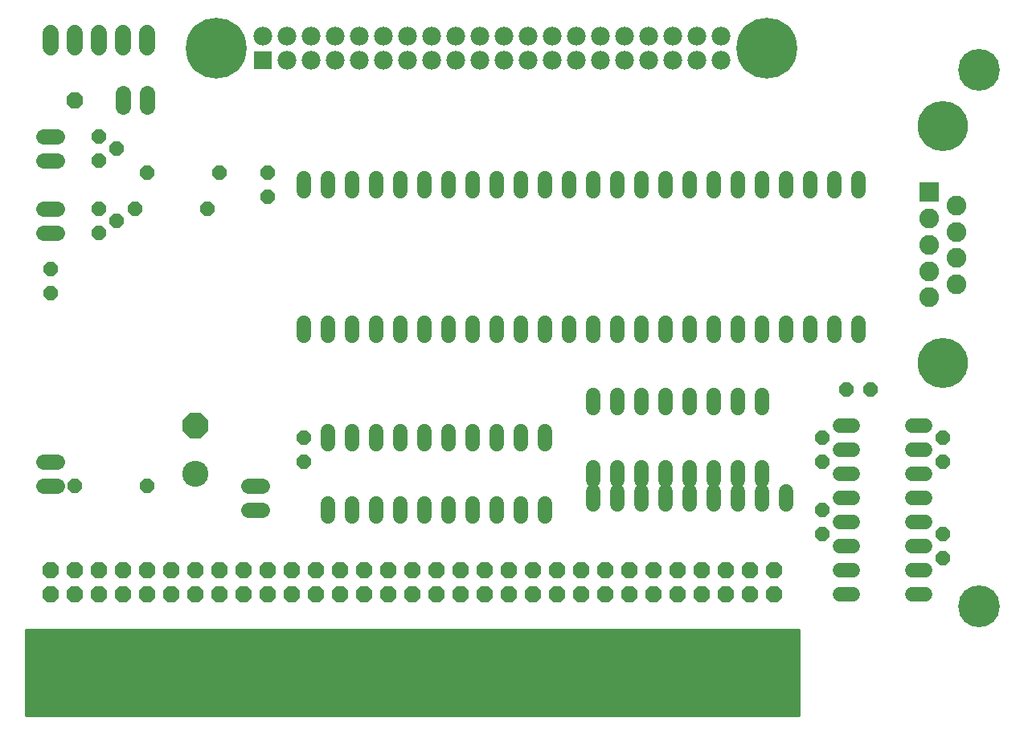
<source format=gbs>
G75*
%MOIN*%
%OFA0B0*%
%FSLAX24Y24*%
%IPPOS*%
%LPD*%
%AMOC8*
5,1,8,0,0,1.08239X$1,22.5*
%
%ADD10C,0.0160*%
%ADD11R,0.0680X0.2630*%
%ADD12OC8,0.0680*%
%ADD13R,0.0820X0.0820*%
%ADD14C,0.0820*%
%ADD15C,0.2080*%
%ADD16OC8,0.0600*%
%ADD17C,0.0600*%
%ADD18R,0.0780X0.0780*%
%ADD19C,0.0780*%
%ADD20C,0.2521*%
%ADD21C,0.0640*%
%ADD22C,0.1080*%
%ADD23OC8,0.1080*%
%ADD24C,0.1730*%
%ADD25C,0.0680*%
D10*
X000680Y000180D02*
X000680Y003680D01*
X032680Y003680D01*
X032680Y000180D01*
X000680Y000180D01*
X000680Y000314D02*
X032680Y000314D01*
X032680Y000473D02*
X000680Y000473D01*
X000680Y000631D02*
X032680Y000631D01*
X032680Y000790D02*
X000680Y000790D01*
X000680Y000948D02*
X032680Y000948D01*
X032680Y001107D02*
X000680Y001107D01*
X000680Y001265D02*
X032680Y001265D01*
X032680Y001424D02*
X000680Y001424D01*
X000680Y001582D02*
X032680Y001582D01*
X032680Y001741D02*
X000680Y001741D01*
X000680Y001899D02*
X032680Y001899D01*
X032680Y002058D02*
X000680Y002058D01*
X000680Y002216D02*
X032680Y002216D01*
X032680Y002375D02*
X000680Y002375D01*
X000680Y002533D02*
X032680Y002533D01*
X032680Y002692D02*
X000680Y002692D01*
X000680Y002850D02*
X032680Y002850D01*
X032680Y003009D02*
X000680Y003009D01*
X000680Y003167D02*
X032680Y003167D01*
X032680Y003326D02*
X000680Y003326D01*
X000680Y003484D02*
X032680Y003484D01*
X032680Y003643D02*
X000680Y003643D01*
D11*
X001680Y002180D03*
X002680Y002180D03*
X003680Y002180D03*
X004680Y002180D03*
X005680Y002180D03*
X006680Y002180D03*
X007680Y002180D03*
X008680Y002180D03*
X009680Y002180D03*
X010680Y002180D03*
X011680Y002180D03*
X012680Y002180D03*
X013680Y002180D03*
X014680Y002180D03*
X015680Y002180D03*
X016680Y002180D03*
X017680Y002180D03*
X018680Y002180D03*
X019680Y002180D03*
X020680Y002180D03*
X021680Y002180D03*
X022680Y002180D03*
X023680Y002180D03*
X024680Y002180D03*
X025680Y002180D03*
X026680Y002180D03*
X027680Y002180D03*
X028680Y002180D03*
X029680Y002180D03*
X030680Y002180D03*
X031680Y002180D03*
D12*
X031680Y005180D03*
X030680Y005180D03*
X030680Y006180D03*
X031680Y006180D03*
X029680Y006180D03*
X028680Y006180D03*
X027680Y006180D03*
X026680Y006180D03*
X025680Y006180D03*
X025680Y005180D03*
X026680Y005180D03*
X027680Y005180D03*
X028680Y005180D03*
X029680Y005180D03*
X024680Y005180D03*
X023680Y005180D03*
X022680Y005180D03*
X021680Y005180D03*
X021680Y006180D03*
X022680Y006180D03*
X023680Y006180D03*
X024680Y006180D03*
X020680Y006180D03*
X019680Y006180D03*
X018680Y006180D03*
X017680Y006180D03*
X016680Y006180D03*
X016680Y005180D03*
X017680Y005180D03*
X018680Y005180D03*
X019680Y005180D03*
X020680Y005180D03*
X015680Y005180D03*
X014680Y005180D03*
X013680Y005180D03*
X012680Y005180D03*
X012680Y006180D03*
X013680Y006180D03*
X014680Y006180D03*
X015680Y006180D03*
X011680Y006180D03*
X010680Y006180D03*
X009680Y006180D03*
X008680Y006180D03*
X007680Y006180D03*
X007680Y005180D03*
X008680Y005180D03*
X009680Y005180D03*
X010680Y005180D03*
X011680Y005180D03*
X006680Y005180D03*
X005680Y005180D03*
X004680Y005180D03*
X003680Y005180D03*
X003680Y006180D03*
X004680Y006180D03*
X005680Y006180D03*
X006680Y006180D03*
X002680Y006180D03*
X001680Y006180D03*
X001680Y005180D03*
X002680Y005180D03*
X002680Y025680D03*
D13*
X038121Y021861D03*
D14*
X039239Y021314D03*
X038121Y020771D03*
X039239Y020223D03*
X039239Y019137D03*
X038121Y019680D03*
X038121Y018589D03*
X039239Y018046D03*
X038121Y017499D03*
D15*
X038680Y014759D03*
X038680Y024601D03*
D16*
X035680Y013680D03*
X034680Y013680D03*
X033680Y011680D03*
X033680Y010680D03*
X033680Y008680D03*
X033680Y007680D03*
X038680Y007680D03*
X038680Y006680D03*
X038680Y010680D03*
X038680Y011680D03*
X012180Y011680D03*
X012180Y010680D03*
X005680Y009680D03*
X002680Y009680D03*
X001680Y017680D03*
X001680Y018680D03*
X003680Y020180D03*
X004430Y020680D03*
X003680Y021180D03*
X005180Y021180D03*
X005680Y022680D03*
X004430Y023680D03*
X003680Y024180D03*
X003680Y023180D03*
X008180Y021180D03*
X008680Y022680D03*
X010680Y022680D03*
X010680Y021680D03*
D17*
X012180Y021920D02*
X012180Y022440D01*
X013180Y022440D02*
X013180Y021920D01*
X014180Y021920D02*
X014180Y022440D01*
X015180Y022440D02*
X015180Y021920D01*
X016180Y021920D02*
X016180Y022440D01*
X017180Y022440D02*
X017180Y021920D01*
X018180Y021920D02*
X018180Y022440D01*
X019180Y022440D02*
X019180Y021920D01*
X020180Y021920D02*
X020180Y022440D01*
X021180Y022440D02*
X021180Y021920D01*
X022180Y021920D02*
X022180Y022440D01*
X023180Y022440D02*
X023180Y021920D01*
X024180Y021920D02*
X024180Y022440D01*
X025180Y022440D02*
X025180Y021920D01*
X026180Y021920D02*
X026180Y022440D01*
X027180Y022440D02*
X027180Y021920D01*
X028180Y021920D02*
X028180Y022440D01*
X029180Y022440D02*
X029180Y021920D01*
X030180Y021920D02*
X030180Y022440D01*
X031180Y022440D02*
X031180Y021920D01*
X032180Y021920D02*
X032180Y022440D01*
X033180Y022440D02*
X033180Y021920D01*
X034180Y021920D02*
X034180Y022440D01*
X035180Y022440D02*
X035180Y021920D01*
X035180Y016440D02*
X035180Y015920D01*
X034180Y015920D02*
X034180Y016440D01*
X033180Y016440D02*
X033180Y015920D01*
X032180Y015920D02*
X032180Y016440D01*
X031180Y016440D02*
X031180Y015920D01*
X030180Y015920D02*
X030180Y016440D01*
X029180Y016440D02*
X029180Y015920D01*
X028180Y015920D02*
X028180Y016440D01*
X027180Y016440D02*
X027180Y015920D01*
X026180Y015920D02*
X026180Y016440D01*
X025180Y016440D02*
X025180Y015920D01*
X024180Y015920D02*
X024180Y016440D01*
X023180Y016440D02*
X023180Y015920D01*
X022180Y015920D02*
X022180Y016440D01*
X021180Y016440D02*
X021180Y015920D01*
X020180Y015920D02*
X020180Y016440D01*
X019180Y016440D02*
X019180Y015920D01*
X018180Y015920D02*
X018180Y016440D01*
X017180Y016440D02*
X017180Y015920D01*
X016180Y015920D02*
X016180Y016440D01*
X015180Y016440D02*
X015180Y015920D01*
X014180Y015920D02*
X014180Y016440D01*
X013180Y016440D02*
X013180Y015920D01*
X012180Y015920D02*
X012180Y016440D01*
X013180Y011940D02*
X013180Y011420D01*
X014180Y011420D02*
X014180Y011940D01*
X015180Y011940D02*
X015180Y011420D01*
X016180Y011420D02*
X016180Y011940D01*
X017180Y011940D02*
X017180Y011420D01*
X018180Y011420D02*
X018180Y011940D01*
X019180Y011940D02*
X019180Y011420D01*
X020180Y011420D02*
X020180Y011940D01*
X021180Y011940D02*
X021180Y011420D01*
X022180Y011420D02*
X022180Y011940D01*
X024180Y012920D02*
X024180Y013440D01*
X025180Y013440D02*
X025180Y012920D01*
X026180Y012920D02*
X026180Y013440D01*
X027180Y013440D02*
X027180Y012920D01*
X028180Y012920D02*
X028180Y013440D01*
X029180Y013440D02*
X029180Y012920D01*
X030180Y012920D02*
X030180Y013440D01*
X031180Y013440D02*
X031180Y012920D01*
X034420Y012180D02*
X034940Y012180D01*
X034940Y011180D02*
X034420Y011180D01*
X034420Y010180D02*
X034940Y010180D01*
X034940Y009180D02*
X034420Y009180D01*
X034420Y008180D02*
X034940Y008180D01*
X034940Y007180D02*
X034420Y007180D01*
X034420Y006180D02*
X034940Y006180D01*
X034940Y005180D02*
X034420Y005180D01*
X037420Y005180D02*
X037940Y005180D01*
X037940Y006180D02*
X037420Y006180D01*
X037420Y007180D02*
X037940Y007180D01*
X037940Y008180D02*
X037420Y008180D01*
X037420Y009180D02*
X037940Y009180D01*
X037940Y010180D02*
X037420Y010180D01*
X037420Y011180D02*
X037940Y011180D01*
X037940Y012180D02*
X037420Y012180D01*
X032180Y009440D02*
X032180Y008920D01*
X031180Y008920D02*
X031180Y009440D01*
X031180Y009920D02*
X031180Y010440D01*
X030180Y010440D02*
X030180Y009920D01*
X030180Y009440D02*
X030180Y008920D01*
X029180Y008920D02*
X029180Y009440D01*
X029180Y009920D02*
X029180Y010440D01*
X028180Y010440D02*
X028180Y009920D01*
X028180Y009440D02*
X028180Y008920D01*
X027180Y008920D02*
X027180Y009440D01*
X027180Y009920D02*
X027180Y010440D01*
X026180Y010440D02*
X026180Y009920D01*
X026180Y009440D02*
X026180Y008920D01*
X025180Y008920D02*
X025180Y009440D01*
X025180Y009920D02*
X025180Y010440D01*
X024180Y010440D02*
X024180Y009920D01*
X024180Y009440D02*
X024180Y008920D01*
X022180Y008940D02*
X022180Y008420D01*
X021180Y008420D02*
X021180Y008940D01*
X020180Y008940D02*
X020180Y008420D01*
X019180Y008420D02*
X019180Y008940D01*
X018180Y008940D02*
X018180Y008420D01*
X017180Y008420D02*
X017180Y008940D01*
X016180Y008940D02*
X016180Y008420D01*
X015180Y008420D02*
X015180Y008940D01*
X014180Y008940D02*
X014180Y008420D01*
X013180Y008420D02*
X013180Y008940D01*
D18*
X010475Y027349D03*
D19*
X011475Y027349D03*
X012475Y027349D03*
X013475Y027349D03*
X014475Y027349D03*
X015475Y027349D03*
X016475Y027349D03*
X017475Y027349D03*
X018475Y027349D03*
X019475Y027349D03*
X020475Y027349D03*
X021475Y027349D03*
X022475Y027349D03*
X023475Y027349D03*
X024475Y027349D03*
X025475Y027349D03*
X026475Y027349D03*
X027475Y027349D03*
X028475Y027349D03*
X029475Y027349D03*
X029475Y028349D03*
X028475Y028349D03*
X027475Y028349D03*
X026475Y028349D03*
X025475Y028349D03*
X024475Y028349D03*
X023475Y028349D03*
X022475Y028349D03*
X021475Y028349D03*
X020475Y028349D03*
X019475Y028349D03*
X018475Y028349D03*
X017475Y028349D03*
X016475Y028349D03*
X015475Y028349D03*
X014475Y028349D03*
X013475Y028349D03*
X012475Y028349D03*
X011475Y028349D03*
X010475Y028349D03*
D20*
X008558Y027849D03*
X031393Y027849D03*
D21*
X005680Y025960D02*
X005680Y025400D01*
X004680Y025400D02*
X004680Y025960D01*
X001960Y024180D02*
X001400Y024180D01*
X001400Y023180D02*
X001960Y023180D01*
X001960Y021180D02*
X001400Y021180D01*
X001400Y020180D02*
X001960Y020180D01*
X001960Y010680D02*
X001400Y010680D01*
X001400Y009680D02*
X001960Y009680D01*
X009900Y009680D02*
X010460Y009680D01*
X010460Y008680D02*
X009900Y008680D01*
D22*
X007680Y010180D03*
D23*
X007680Y012180D03*
D24*
X040180Y004680D03*
X040180Y026930D03*
D25*
X005680Y027880D02*
X005680Y028480D01*
X004680Y028480D02*
X004680Y027880D01*
X003680Y027880D02*
X003680Y028480D01*
X002680Y028480D02*
X002680Y027880D01*
X001680Y027880D02*
X001680Y028480D01*
M02*

</source>
